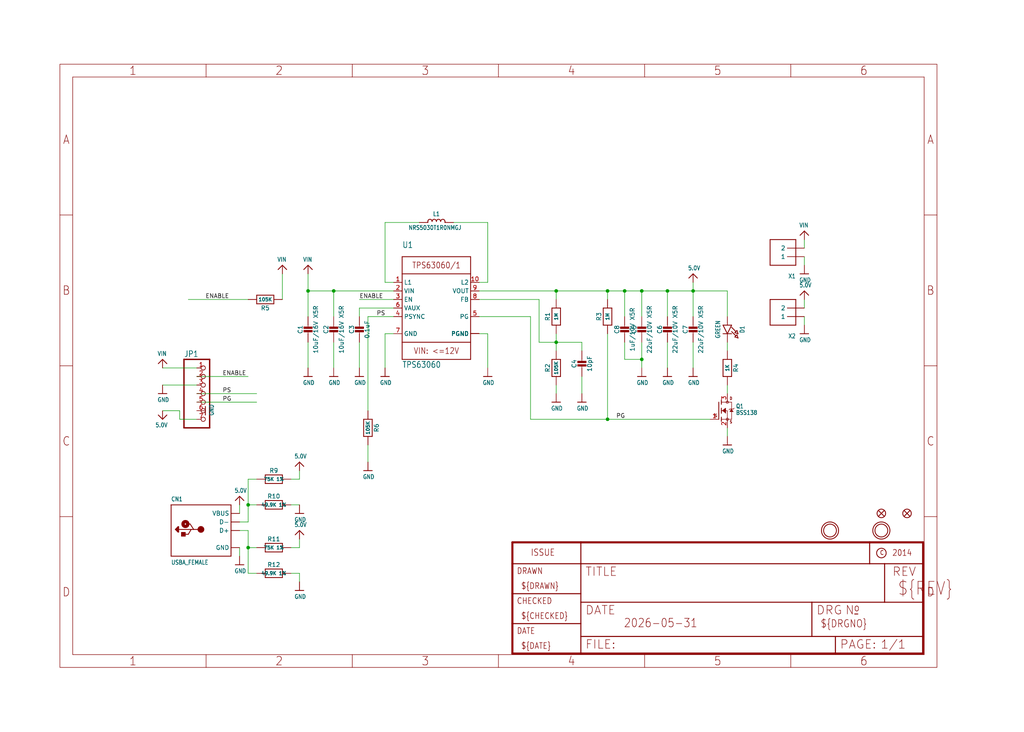
<source format=kicad_sch>
(kicad_sch (version 20230121) (generator eeschema)
  (paper "User" 303.962 217.322)
  (lib_symbols
    (symbol "working-eagle-import:5.0V" (power)
      (property "Value" "5.0V" (at -1.524 1.016 0))
      (symbol "5.0V_1_0"
        (polyline (pts (xy -1.27 -1.27) (xy 0 0)) (stroke (width 0.254)))
        (polyline (pts (xy 0 0) (xy 1.27 -1.27)) (stroke (width 0.254)))
        (pin power_in line (at 0 -2.54 90) (length 2.54) (name "5.0V") (number "1"))
      )
    )
    (symbol "working-eagle-import:CAP_CERAMIC0805-NOOUTLINE"
      (property "Reference" "C" (at -2.29 1.25 90))
      (symbol "CAP_CERAMIC0805-NOOUTLINE_1_0"
        (rectangle (start -1.27 0.508) (end 1.27 1.016) (fill (type outline)))
        (rectangle (start -1.27 1.524) (end 1.27 2.032) (fill (type outline)))
        (polyline (pts (xy 0 0.762) (xy 0 0)) (stroke (width 0.1524)))
        (polyline (pts (xy 0 2.54) (xy 0 1.778)) (stroke (width 0.1524)))
        (pin passive line (at 0 5.08 270) (length 2.54) (name "1") (number "1"))
        (pin passive line (at 0 -2.54 90) (length 2.54) (name "2") (number "2"))
      )
    )
    (symbol "working-eagle-import:FIDUCIAL{dblquote}{dblquote}"
      (symbol "FIDUCIAL{dblquote}{dblquote}_1_0"
        (polyline (pts (xy -0.762 0.762) (xy 0.762 -0.762)) (stroke (width 0.254)))
        (polyline (pts (xy 0.762 0.762) (xy -0.762 -0.762)) (stroke (width 0.254)))
        (circle (center 0 0) (radius 1.27) (stroke (width 0.254)))
      )
    )
    (symbol "working-eagle-import:FRAME_A4"
      (symbol "FRAME_A4_1_0"
        (polyline (pts (xy 0 44.7675) (xy 3.81 44.7675)))
        (polyline (pts (xy 0 89.535) (xy 3.81 89.535)))
        (polyline (pts (xy 0 134.3025) (xy 3.81 134.3025)))
        (polyline (pts (xy 3.81 3.81) (xy 3.81 175.26)))
        (polyline (pts (xy 43.3917 0) (xy 43.3917 3.81)))
        (polyline (pts (xy 43.3917 175.26) (xy 43.3917 179.07)))
        (polyline (pts (xy 86.7833 0) (xy 86.7833 3.81)))
        (polyline (pts (xy 86.7833 175.26) (xy 86.7833 179.07)))
        (polyline (pts (xy 130.175 0) (xy 130.175 3.81)))
        (polyline (pts (xy 130.175 175.26) (xy 130.175 179.07)))
        (polyline (pts (xy 173.5667 0) (xy 173.5667 3.81)))
        (polyline (pts (xy 173.5667 175.26) (xy 173.5667 179.07)))
        (polyline (pts (xy 216.9583 0) (xy 216.9583 3.81)))
        (polyline (pts (xy 216.9583 175.26) (xy 216.9583 179.07)))
        (polyline (pts (xy 256.54 3.81) (xy 3.81 3.81)))
        (polyline (pts (xy 256.54 3.81) (xy 256.54 8.89)) (stroke (width 0.1016)))
        (polyline (pts (xy 256.54 3.81) (xy 256.54 175.26)))
        (polyline (pts (xy 256.54 8.89) (xy 256.54 13.97)) (stroke (width 0.1016)))
        (polyline (pts (xy 256.54 13.97) (xy 256.54 19.05)) (stroke (width 0.1016)))
        (polyline (pts (xy 256.54 19.05) (xy 256.54 36.83)) (stroke (width 0.1016)))
        (polyline (pts (xy 256.54 44.7675) (xy 260.35 44.7675)))
        (polyline (pts (xy 256.54 89.535) (xy 260.35 89.535)))
        (polyline (pts (xy 256.54 134.3025) (xy 260.35 134.3025)))
        (polyline (pts (xy 256.54 175.26) (xy 3.81 175.26)))
        (polyline (pts (xy 0 0) (xy 260.35 0) (xy 260.35 179.07) (xy 0 179.07) (xy 0 0)))
        (text "1" (at 21.6958 1.905 0) (effects (font (size 2.54 2.286))))
        (text "1" (at 21.6958 177.165 0) (effects (font (size 2.54 2.286))))
        (text "2" (at 65.0875 1.905 0) (effects (font (size 2.54 2.286))))
        (text "2" (at 65.0875 177.165 0) (effects (font (size 2.54 2.286))))
        (text "3" (at 108.4792 1.905 0) (effects (font (size 2.54 2.286))))
        (text "3" (at 108.4792 177.165 0) (effects (font (size 2.54 2.286))))
        (text "4" (at 151.8708 1.905 0) (effects (font (size 2.54 2.286))))
        (text "4" (at 151.8708 177.165 0) (effects (font (size 2.54 2.286))))
        (text "5" (at 195.2625 1.905 0) (effects (font (size 2.54 2.286))))
        (text "5" (at 195.2625 177.165 0) (effects (font (size 2.54 2.286))))
        (text "6" (at 238.6542 1.905 0) (effects (font (size 2.54 2.286))))
        (text "6" (at 238.6542 177.165 0) (effects (font (size 2.54 2.286))))
        (text "A" (at 1.905 156.6863 0) (effects (font (size 2.54 2.286))))
        (text "A" (at 258.445 156.6863 0) (effects (font (size 2.54 2.286))))
        (text "B" (at 1.905 111.9188 0) (effects (font (size 2.54 2.286))))
        (text "B" (at 258.445 111.9188 0) (effects (font (size 2.54 2.286))))
        (text "C" (at 1.905 67.1513 0) (effects (font (size 2.54 2.286))))
        (text "C" (at 258.445 67.1513 0) (effects (font (size 2.54 2.286))))
        (text "D" (at 1.905 22.3838 0) (effects (font (size 2.54 2.286))))
        (text "D" (at 258.445 22.3838 0) (effects (font (size 2.54 2.286))))
      )
      (symbol "FRAME_A4_2_0"
        (polyline (pts (xy -0.3048 1.5748) (xy 20.0152 1.5748)) (stroke (width 0.6096)))
        (polyline (pts (xy -0.3048 10.4648) (xy -0.3048 1.5748)) (stroke (width 0.6096)))
        (polyline (pts (xy -0.3048 10.4648) (xy 20.0152 10.4648)) (stroke (width 0.3048)))
        (polyline (pts (xy -0.3048 19.3548) (xy -0.3048 10.4648)) (stroke (width 0.6096)))
        (polyline (pts (xy -0.3048 19.3548) (xy 20.0152 19.3548)) (stroke (width 0.3048)))
        (polyline (pts (xy -0.3048 28.2448) (xy -0.3048 19.3548)) (stroke (width 0.6096)))
        (polyline (pts (xy -0.3048 28.2448) (xy 20.0152 28.2448)) (stroke (width 0.3048)))
        (polyline (pts (xy -0.3048 34.5948) (xy -0.3048 28.2448)) (stroke (width 0.6096)))
        (polyline (pts (xy 20.0152 1.5748) (xy 20.0152 6.6548)) (stroke (width 0.3048)))
        (polyline (pts (xy 20.0152 1.5748) (xy 95.5802 1.5748)) (stroke (width 0.6096)))
        (polyline (pts (xy 20.0152 6.6548) (xy 20.0152 10.4648)) (stroke (width 0.3048)))
        (polyline (pts (xy 20.0152 6.6548) (xy 88.5952 6.6548)) (stroke (width 0.3048)))
        (polyline (pts (xy 20.0152 10.4648) (xy 20.0152 16.8148)) (stroke (width 0.3048)))
        (polyline (pts (xy 20.0152 16.8148) (xy 20.0152 19.3548)) (stroke (width 0.3048)))
        (polyline (pts (xy 20.0152 19.3548) (xy 20.0152 28.2448)) (stroke (width 0.3048)))
        (polyline (pts (xy 20.0152 28.2448) (xy 20.0152 34.5948)) (stroke (width 0.3048)))
        (polyline (pts (xy 20.0152 28.2448) (xy 105.7402 28.2448)) (stroke (width 0.3048)))
        (polyline (pts (xy 20.0152 34.5948) (xy -0.3048 34.5948)) (stroke (width 0.6096)))
        (polyline (pts (xy 88.5952 6.6548) (xy 95.5802 6.6548)) (stroke (width 0.3048)))
        (polyline (pts (xy 88.5952 16.8148) (xy 20.0152 16.8148)) (stroke (width 0.3048)))
        (polyline (pts (xy 88.5952 16.8148) (xy 88.5952 6.6548)) (stroke (width 0.3048)))
        (polyline (pts (xy 95.5802 1.5748) (xy 121.6152 1.5748)) (stroke (width 0.6096)))
        (polyline (pts (xy 95.5802 6.6548) (xy 95.5802 1.5748)) (stroke (width 0.3048)))
        (polyline (pts (xy 95.5802 6.6548) (xy 121.6152 6.6548)) (stroke (width 0.3048)))
        (polyline (pts (xy 101.2952 13.3223) (xy 102.2477 13.3223)) (stroke (width 0.254)))
        (polyline (pts (xy 105.7402 28.2448) (xy 105.7402 34.5948)) (stroke (width 0.3048)))
        (polyline (pts (xy 105.7402 28.2448) (xy 110.1852 28.2448)) (stroke (width 0.3048)))
        (polyline (pts (xy 105.7402 34.5948) (xy 20.0152 34.5948)) (stroke (width 0.6096)))
        (polyline (pts (xy 110.1852 16.8148) (xy 88.5952 16.8148)) (stroke (width 0.3048)))
        (polyline (pts (xy 110.1852 28.2448) (xy 110.1852 16.8148)) (stroke (width 0.3048)))
        (polyline (pts (xy 110.1852 28.2448) (xy 121.6152 28.2448)) (stroke (width 0.3048)))
        (polyline (pts (xy 121.6152 6.6548) (xy 121.6152 1.5748)) (stroke (width 0.6096)))
        (polyline (pts (xy 121.6152 16.8148) (xy 110.1852 16.8148)) (stroke (width 0.3048)))
        (polyline (pts (xy 121.6152 16.8148) (xy 121.6152 6.6548)) (stroke (width 0.6096)))
        (polyline (pts (xy 121.6152 28.2448) (xy 121.6152 16.8148)) (stroke (width 0.6096)))
        (polyline (pts (xy 121.6152 34.5948) (xy 105.7402 34.5948)) (stroke (width 0.6096)))
        (polyline (pts (xy 121.6152 34.5948) (xy 121.6152 28.2448)) (stroke (width 0.6096)))
        (circle (center 109.2327 31.4198) (radius 1.4199) (stroke (width 0.254)))
        (text "${#}/${##}" (at 108.9152 2.8448 0) (effects (font (size 2.54 2.54)) (justify left bottom)))
        (text "${CHECKED}" (at 2.2352 11.7348 0) (effects (font (size 1.778 1.5113)) (justify left bottom)))
        (text "${COMPANY}" (at 23.349 29.6735 0) (effects (font (size 3.175 2.6987) (thickness 0.5397) bold) (justify left bottom)))
        (text "${CURRENT_DATE}" (at 32.7152 9.1948 0) (effects (font (size 2.54 2.159)) (justify left bottom)))
        (text "${DATE}" (at 2.2352 2.8448 0) (effects (font (size 1.778 1.5113)) (justify left bottom)))
        (text "${DRAWN}" (at 2.2352 20.6248 0) (effects (font (size 1.778 1.5113)) (justify left bottom)))
        (text "${DRGNO}" (at 91.1352 9.1948 0) (effects (font (size 2.1844 1.8567)) (justify left bottom)))
        (text "${PROJECTNAME}" (at 33.0327 2.8448 0) (effects (font (size 2.54 2.159)) (justify left bottom)))
        (text "${REV}" (at 113.9952 18.7198 0) (effects (font (size 3.81 3.2385)) (justify left bottom)))
        (text "2014" (at 112.4077 30.4673 0) (effects (font (size 1.778 1.5113)) (justify left bottom)))
        (text "C" (at 108.7564 30.7848 0) (effects (font (size 1.27 1.0795)) (justify left bottom)))
        (text "CHECKED" (at 0.9652 16.1798 0) (effects (font (size 1.778 1.5113)) (justify left bottom)))
        (text "DATE" (at 0.9652 7.2898 0) (effects (font (size 1.778 1.5113)) (justify left bottom)))
        (text "DATE" (at 21.2852 13.0048 0) (effects (font (size 2.54 2.54)) (justify left bottom)))
        (text "DRAWN" (at 0.9652 25.0698 0) (effects (font (size 1.778 1.5113)) (justify left bottom)))
        (text "DRG" (at 89.8652 13.0048 0) (effects (font (size 2.54 2.54)) (justify left bottom)))
        (text "FILE:" (at 21.2852 2.8448 0) (effects (font (size 2.54 2.54)) (justify left bottom)))
        (text "ISSUE" (at 5.0927 30.4673 0) (effects (font (size 1.9304 1.6408)) (justify left bottom)))
        (text "N" (at 98.4377 13.0048 0) (effects (font (size 2.54 2.54)) (justify left bottom)))
        (text "o" (at 100.9777 13.9573 0) (effects (font (size 2.1844 1.8567)) (justify left bottom)))
        (text "PAGE:" (at 96.8502 2.8448 0) (effects (font (size 2.54 2.54)) (justify left bottom)))
        (text "REV" (at 112.4077 24.4348 0) (effects (font (size 2.54 2.54)) (justify left bottom)))
        (text "TITLE" (at 21.2852 24.4348 0) (effects (font (size 2.54 2.54)) (justify left bottom)))
      )
    )
    (symbol "working-eagle-import:GND" (power)
      (property "Value" "GND" (at -1.524 -2.54 0))
      (symbol "GND_1_0"
        (polyline (pts (xy -1.27 0) (xy 1.27 0)) (stroke (width 0.254)))
        (pin power_in line (at 0 2.54 270) (length 2.54) (name "GND") (number "1"))
      )
    )
    (symbol "working-eagle-import:HEADER-1X770MIL"
      (property "Reference" "JP" (at -6.35 10.795 0))
      (symbol "HEADER-1X770MIL_1_0"
        (polyline (pts (xy -6.35 -10.16) (xy 1.27 -10.16)) (stroke (width 0.4064)))
        (polyline (pts (xy -6.35 10.16) (xy -6.35 -10.16)) (stroke (width 0.4064)))
        (polyline (pts (xy 1.27 -10.16) (xy 1.27 10.16)) (stroke (width 0.4064)))
        (polyline (pts (xy 1.27 10.16) (xy -6.35 10.16)) (stroke (width 0.4064)))
        (pin passive inverted (at -2.54 7.62 0) (length 2.54) (name "1") (number "1"))
        (pin passive inverted (at -2.54 5.08 0) (length 2.54) (name "2") (number "2"))
        (pin passive inverted (at -2.54 2.54 0) (length 2.54) (name "3") (number "3"))
        (pin passive inverted (at -2.54 0 0) (length 2.54) (name "4") (number "4"))
        (pin passive inverted (at -2.54 -2.54 0) (length 2.54) (name "5") (number "5"))
        (pin passive inverted (at -2.54 -5.08 0) (length 2.54) (name "6") (number "6"))
        (pin passive inverted (at -2.54 -7.62 0) (length 2.54) (name "7") (number "7"))
      )
    )
    (symbol "working-eagle-import:INDUCTORTDK_VLC5045"
      (property "Reference" "L" (at 0 2.54 0))
      (symbol "INDUCTORTDK_VLC5045_1_0"
        (arc (start -1.27 0.3173) (mid -1.9049 0.9497) (end -2.54 0.3175) (stroke (width 0.254)))
        (polyline (pts (xy -2.54 0.3175) (xy -2.54 0)) (stroke (width 0.254)))
        (polyline (pts (xy 2.54 0.3175) (xy 2.54 0)) (stroke (width 0.254)))
        (arc (start 0 0.3173) (mid -0.6349 0.9497) (end -1.27 0.3175) (stroke (width 0.254)))
        (arc (start 1.27 0.3173) (mid 0.6351 0.9497) (end 0 0.3175) (stroke (width 0.254)))
        (arc (start 2.54 0.3173) (mid 1.9051 0.9497) (end 1.27 0.3175) (stroke (width 0.254)))
        (pin passive line (at -5.08 0 0) (length 2.54) (name "1") (number "P$1"))
        (pin passive line (at 5.08 0 180) (length 2.54) (name "2") (number "P$2"))
      )
    )
    (symbol "working-eagle-import:LED0805_NOOUTLINE"
      (property "Reference" "D" (at -1.27 4.445 0))
      (symbol "LED0805_NOOUTLINE_1_0"
        (polyline (pts (xy -2.54 -1.27) (xy 0 0)) (stroke (width 0.254)))
        (polyline (pts (xy -2.54 1.27) (xy -2.54 -1.27)) (stroke (width 0.254)))
        (polyline (pts (xy -1.905 1.27) (xy -0.635 2.54)) (stroke (width 0.254)))
        (polyline (pts (xy -0.9525 2.8575) (xy -0.3175 2.2225)) (stroke (width 0.254)))
        (polyline (pts (xy -0.635 1.27) (xy 0.635 2.54)) (stroke (width 0.254)))
        (polyline (pts (xy -0.3175 2.2225) (xy 0 3.175)) (stroke (width 0.254)))
        (polyline (pts (xy 0 0) (xy -2.54 1.27)) (stroke (width 0.254)))
        (polyline (pts (xy 0 0) (xy 0 -1.27)) (stroke (width 0.254)))
        (polyline (pts (xy 0 1.27) (xy 0 0)) (stroke (width 0.254)))
        (polyline (pts (xy 0 3.175) (xy -0.9525 2.8575)) (stroke (width 0.254)))
        (polyline (pts (xy 0.3175 2.8575) (xy 0.9525 2.2225)) (stroke (width 0.254)))
        (polyline (pts (xy 0.9525 2.2225) (xy 1.27 3.175)) (stroke (width 0.254)))
        (polyline (pts (xy 1.27 3.175) (xy 0.3175 2.8575)) (stroke (width 0.254)))
        (pin passive line (at -5.08 0 0) (length 2.54) (name "A") (number "A"))
        (pin passive line (at 2.54 0 180) (length 2.54) (name "C") (number "C"))
      )
    )
    (symbol "working-eagle-import:MOSFET-NWIDE"
      (property "Reference" "Q" (at 5.08 0.635 0))
      (symbol "MOSFET-NWIDE_1_0"
        (polyline (pts (xy 0 2.54) (xy 0 -2.54)) (stroke (width 0.254)))
        (polyline (pts (xy 0.762 -2.54) (xy 0.762 -3.175)) (stroke (width 0.254)))
        (polyline (pts (xy 0.762 -1.905) (xy 0.762 -2.54)) (stroke (width 0.254)))
        (polyline (pts (xy 0.762 0) (xy 0.762 -0.762)) (stroke (width 0.254)))
        (polyline (pts (xy 0.762 0) (xy 2.54 0)) (stroke (width 0.1524)))
        (polyline (pts (xy 0.762 0.762) (xy 0.762 0)) (stroke (width 0.254)))
        (polyline (pts (xy 0.762 2.54) (xy 0.762 1.905)) (stroke (width 0.254)))
        (polyline (pts (xy 0.762 2.54) (xy 3.81 2.54)) (stroke (width 0.1524)))
        (polyline (pts (xy 0.762 3.175) (xy 0.762 2.54)) (stroke (width 0.254)))
        (polyline (pts (xy 2.54 -2.54) (xy 0.762 -2.54)) (stroke (width 0.1524)))
        (polyline (pts (xy 2.54 -2.54) (xy 3.81 -2.54)) (stroke (width 0.1524)))
        (polyline (pts (xy 2.54 0) (xy 2.54 -2.54)) (stroke (width 0.1524)))
        (polyline (pts (xy 3.302 0.508) (xy 3.048 0.254)) (stroke (width 0.1524)))
        (polyline (pts (xy 3.81 0.508) (xy 3.302 0.508)) (stroke (width 0.1524)))
        (polyline (pts (xy 3.81 0.508) (xy 3.81 -2.54)) (stroke (width 0.1524)))
        (polyline (pts (xy 3.81 2.54) (xy 3.81 0.508)) (stroke (width 0.1524)))
        (polyline (pts (xy 4.318 0.508) (xy 3.81 0.508)) (stroke (width 0.1524)))
        (polyline (pts (xy 4.572 0.762) (xy 4.318 0.508)) (stroke (width 0.1524)))
        (polyline (pts (xy 1.016 0) (xy 2.032 0.762) (xy 2.032 -0.762)) (stroke (width 0.1524)) (fill (type outline)))
        (polyline (pts (xy 3.81 0.508) (xy 3.302 -0.254) (xy 4.318 -0.254)) (stroke (width 0.1524)) (fill (type outline)))
        (circle (center 2.54 -2.54) (radius 0.3592))
        (circle (center 2.54 2.54) (radius 0.3592))
        (text "D" (at 3.175 3.175 0) (effects (font (size 0.8128 0.6908)) (justify left bottom)))
        (text "G" (at -1.27 -1.905 0) (effects (font (size 0.8128 0.6908)) (justify left bottom)))
        (text "S" (at 3.175 -3.81 0) (effects (font (size 0.8128 0.6908)) (justify left bottom)))
        (pin bidirectional line (at -2.54 -2.54 0) (length 2.54) (name "G") (number "1"))
        (pin bidirectional line (at 2.54 -5.08 90) (length 2.54) (name "S") (number "2"))
        (pin bidirectional line (at 2.54 5.08 270) (length 2.54) (name "D") (number "3"))
      )
    )
    (symbol "working-eagle-import:MOUNTINGHOLE2.5"
      (symbol "MOUNTINGHOLE2.5_1_0"
        (circle (center 0 0) (radius 1.905) (stroke (width 0.254)))
        (circle (center 0 0) (radius 2.54) (stroke (width 0.254)))
      )
    )
    (symbol "working-eagle-import:RESISTOR0805_NOOUTLINE"
      (property "Reference" "R" (at 0 2.54 0))
      (symbol "RESISTOR0805_NOOUTLINE_1_0"
        (polyline (pts (xy -2.54 -1.27) (xy -2.54 1.27)) (stroke (width 0.254)))
        (polyline (pts (xy -2.54 1.27) (xy 2.54 1.27)) (stroke (width 0.254)))
        (polyline (pts (xy 2.54 -1.27) (xy -2.54 -1.27)) (stroke (width 0.254)))
        (polyline (pts (xy 2.54 1.27) (xy 2.54 -1.27)) (stroke (width 0.254)))
        (pin passive line (at -5.08 0 0) (length 2.54) (name "1") (number "1"))
        (pin passive line (at 5.08 0 180) (length 2.54) (name "2") (number "2"))
      )
    )
    (symbol "working-eagle-import:TERMBLOCK_1X2"
      (property "Reference" "X" (at -2.54 7.62 0))
      (symbol "TERMBLOCK_1X2_1_0"
        (polyline (pts (xy -2.54 -2.54) (xy 5.08 -2.54)) (stroke (width 0.254)))
        (polyline (pts (xy -2.54 5.08) (xy -2.54 -2.54)) (stroke (width 0.254)))
        (polyline (pts (xy 5.08 -2.54) (xy 5.08 5.08)) (stroke (width 0.254)))
        (polyline (pts (xy 5.08 5.08) (xy -2.54 5.08)) (stroke (width 0.254)))
        (pin passive line (at -5.08 2.54 0) (length 5.08) (name "1") (number "1"))
        (pin passive line (at -5.08 0 0) (length 5.08) (name "2") (number "2"))
      )
    )
    (symbol "working-eagle-import:USB_TYPEAPTHFML"
      (property "Reference" "X" (at -10.16 8.636 0))
      (symbol "USB_TYPEAPTHFML_1_0"
        (rectangle (start -7.12 -1.72) (end -5.92 -0.52) (fill (type outline)))
        (circle (center -5.92 1.93) (radius 0.2) (stroke (width 1)))
        (circle (center -1.32 0.33) (radius 0.5) (stroke (width 1)))
        (polyline (pts (xy -10.2 7.62) (xy -10.16 7.62)) (stroke (width 0.254)))
        (polyline (pts (xy -10.16 -7.62) (xy 7.62 -7.62)) (stroke (width 0.254)))
        (polyline (pts (xy -10.16 7.62) (xy -10.16 -7.62)) (stroke (width 0.254)))
        (polyline (pts (xy -10.16 7.62) (xy 7.62 7.62)) (stroke (width 0.254)))
        (polyline (pts (xy -8.92 0.33) (xy -8.12 1.13)) (stroke (width 0.254)))
        (polyline (pts (xy -8.52 0.13) (xy -8.32 -0.07)) (stroke (width 0.254)))
        (polyline (pts (xy -8.52 0.33) (xy -8.52 0.13)) (stroke (width 0.254)))
        (polyline (pts (xy -8.32 -0.07) (xy -8.32 0.73)) (stroke (width 0.254)))
        (polyline (pts (xy -8.32 0.73) (xy -8.72 0.33)) (stroke (width 0.254)))
        (polyline (pts (xy -8.12 -0.47) (xy -8.92 0.33)) (stroke (width 0.254)))
        (polyline (pts (xy -8.12 -0.27) (xy -8.12 1.13)) (stroke (width 0.254)))
        (polyline (pts (xy -8.12 1.13) (xy -7.92 1.13)) (stroke (width 0.254)))
        (polyline (pts (xy -7.92 -0.47) (xy -8.12 -0.47)) (stroke (width 0.254)))
        (polyline (pts (xy -7.92 0.33) (xy -7.92 -0.47)) (stroke (width 0.254)))
        (polyline (pts (xy -7.92 1.13) (xy -7.92 0.33)) (stroke (width 0.254)))
        (polyline (pts (xy -6.27 -1.12) (xy -5.07 -1.12)) (stroke (width 0.254)))
        (polyline (pts (xy -5.52 1.93) (xy -4.52 1.93)) (stroke (width 0.254)))
        (polyline (pts (xy -5.07 -1.12) (xy -4.22 0.33)) (stroke (width 0.254)))
        (polyline (pts (xy -4.52 1.93) (xy -3.47 0.33)) (stroke (width 0.254)))
        (polyline (pts (xy -4.22 0.33) (xy -7.92 0.33)) (stroke (width 0.254)))
        (polyline (pts (xy -3.47 0.33) (xy -4.22 0.33)) (stroke (width 0.254)))
        (polyline (pts (xy -1.32 0.33) (xy -3.47 0.33)) (stroke (width 0.254)))
        (polyline (pts (xy 7.62 7.62) (xy 7.62 -7.62)) (stroke (width 0.254)))
        (pin bidirectional line (at 10.16 0 180) (length 2.54) (name "D+") (number "D+"))
        (pin bidirectional line (at 10.16 2.54 180) (length 2.54) (name "D-") (number "D-"))
        (pin power_in line (at 10.16 -5.08 180) (length 2.54) (name "GND") (number "GND"))
        (pin power_in line (at 10.16 5.08 180) (length 2.54) (name "VBUS") (number "VBUS"))
      )
    )
    (symbol "working-eagle-import:VIN" (power)
      (property "Value" "VIN" (at -1.524 1.016 0))
      (symbol "VIN_1_0"
        (polyline (pts (xy -1.27 -1.27) (xy 0 0)) (stroke (width 0.254)))
        (polyline (pts (xy 0 0) (xy 1.27 -1.27)) (stroke (width 0.254)))
        (pin power_in line (at 0 -2.54 90) (length 2.54) (name "VIN") (number "1"))
      )
    )
    (symbol "working-eagle-import:VREG_TPS63060/1"
      (property "Reference" "U" (at -10.16 17.78 0))
      (symbol "VREG_TPS63060/1_1_0"
        (polyline (pts (xy -10.16 -15.24) (xy -10.16 -10.16)) (stroke (width 0.254)))
        (polyline (pts (xy -10.16 -10.16) (xy -10.16 10.16)) (stroke (width 0.254)))
        (polyline (pts (xy -10.16 10.16) (xy -10.16 15.24)) (stroke (width 0.254)))
        (polyline (pts (xy -10.16 10.16) (xy 10.16 10.16)) (stroke (width 0.254)))
        (polyline (pts (xy -10.16 15.24) (xy 10.16 15.24)) (stroke (width 0.254)))
        (polyline (pts (xy 10.16 -15.24) (xy -10.16 -15.24)) (stroke (width 0.254)))
        (polyline (pts (xy 10.16 -10.16) (xy -10.16 -10.16)) (stroke (width 0.254)))
        (polyline (pts (xy 10.16 -10.16) (xy 10.16 -15.24)) (stroke (width 0.254)))
        (polyline (pts (xy 10.16 10.16) (xy 10.16 -10.16)) (stroke (width 0.254)))
        (polyline (pts (xy 10.16 15.24) (xy 10.16 10.16)) (stroke (width 0.254)))
        (text "TPS63060/1" (at 0 12.7 0) (effects (font (size 1.778 1.5113))))
        (text "VIN: <=12V" (at 0 -12.7 0) (effects (font (size 1.778 1.5113))))
        (pin input line (at -12.7 7.62 0) (length 2.54) (name "L1") (number "1"))
        (pin input line (at 12.7 7.62 180) (length 2.54) (name "L2") (number "10"))
        (pin power_in line (at -12.7 5.08 0) (length 2.54) (name "VIN") (number "2"))
        (pin input line (at -12.7 2.54 0) (length 2.54) (name "EN") (number "3"))
        (pin input line (at -12.7 -2.54 0) (length 2.54) (name "PSYNC") (number "4"))
        (pin open_collector line (at 12.7 -2.54 180) (length 2.54) (name "PG") (number "5"))
        (pin passive line (at -12.7 0 0) (length 2.54) (name "VAUX") (number "6"))
        (pin power_in line (at -12.7 -7.62 0) (length 2.54) (name "GND") (number "7"))
        (pin input line (at 12.7 2.54 180) (length 2.54) (name "FB") (number "8"))
        (pin power_in line (at 12.7 5.08 180) (length 2.54) (name "VOUT") (number "9"))
        (pin power_in line (at 12.7 -7.62 180) (length 2.54) (name "PGND") (number "THERMAL@1"))
        (pin power_in line (at 12.7 -7.62 180) (length 2.54) (name "PGND") (number "THERMAL@10"))
        (pin power_in line (at 12.7 -7.62 180) (length 2.54) (name "PGND") (number "THERMAL@11"))
        (pin power_in line (at 12.7 -7.62 180) (length 2.54) (name "PGND") (number "THERMAL@12"))
        (pin power_in line (at 12.7 -7.62 180) (length 2.54) (name "PGND") (number "THERMAL@13"))
        (pin power_in line (at 12.7 -7.62 180) (length 2.54) (name "PGND") (number "THERMAL@14"))
        (pin power_in line (at 12.7 -7.62 180) (length 2.54) (name "PGND") (number "THERMAL@5"))
        (pin power_in line (at 12.7 -7.62 180) (length 2.54) (name "PGND") (number "THERMAL@6"))
        (pin power_in line (at 12.7 -7.62 180) (length 2.54) (name "PGND") (number "THERMAL@7"))
        (pin power_in line (at 12.7 -7.62 180) (length 2.54) (name "PGND") (number "THERMAL@8"))
        (pin power_in line (at 12.7 -7.62 180) (length 2.54) (name "PGND") (number "THERMAL@9"))
      )
    )
  )
  (junction (at 205.74 86.36))
  (junction (at 165.1 86.36))
  (junction (at 185.42 86.36))
  (junction (at 73.66 149.86))
  (junction (at 198.12 86.36))
  (junction (at 165.1 101.6))
  (junction (at 190.5 106.68))
  (junction (at 73.66 162.56))
  (junction (at 99.06 86.36))
  (junction (at 180.34 124.46))
  (junction (at 91.44 86.36))
  (junction (at 190.5 86.36))
  (junction (at 180.34 86.36))
  (wire (pts (xy 198.12 101.6) (xy 198.12 109.22)) (stroke (width 0.1524)))
  (wire (pts (xy 205.74 86.36) (xy 205.74 83.82)) (stroke (width 0.1524)))
  (wire (pts (xy 180.34 124.46) (xy 210.82 124.46)) (stroke (width 0.1524)))
  (wire (pts (xy 172.72 111.76) (xy 172.72 116.84)) (stroke (width 0.1524)))
  (wire (pts (xy 48.26 109.22) (xy 58.42 109.22)) (stroke (width 0.1524)))
  (wire (pts (xy 73.66 157.48) (xy 73.66 162.56)) (stroke (width 0.1524)))
  (wire (pts (xy 190.5 106.68) (xy 190.5 109.22)) (stroke (width 0.1524)))
  (wire (pts (xy 73.66 170.18) (xy 76.2 170.18)) (stroke (width 0.1524)))
  (wire (pts (xy 165.1 104.14) (xy 165.1 101.6)) (stroke (width 0.1524)))
  (wire (pts (xy 86.36 170.18) (xy 88.9 170.18)) (stroke (width 0.1524)))
  (wire (pts (xy 53.34 124.46) (xy 58.42 124.46)) (stroke (width 0.1524)))
  (wire (pts (xy 116.84 86.36) (xy 99.06 86.36)) (stroke (width 0.1524)))
  (wire (pts (xy 48.26 114.3) (xy 58.42 114.3)) (stroke (width 0.1524)))
  (wire (pts (xy 142.24 86.36) (xy 165.1 86.36)) (stroke (width 0.1524)))
  (wire (pts (xy 91.44 86.36) (xy 91.44 93.98)) (stroke (width 0.1524)))
  (wire (pts (xy 73.66 162.56) (xy 73.66 170.18)) (stroke (width 0.1524)))
  (wire (pts (xy 185.42 86.36) (xy 190.5 86.36)) (stroke (width 0.1524)))
  (wire (pts (xy 205.74 86.36) (xy 215.9 86.36)) (stroke (width 0.1524)))
  (wire (pts (xy 157.48 93.98) (xy 157.48 124.46)) (stroke (width 0.1524)))
  (wire (pts (xy 215.9 127) (xy 215.9 129.54)) (stroke (width 0.1524)))
  (wire (pts (xy 172.72 101.6) (xy 172.72 104.14)) (stroke (width 0.1524)))
  (wire (pts (xy 142.24 83.82) (xy 144.78 83.82)) (stroke (width 0.1524)))
  (wire (pts (xy 53.34 121.92) (xy 53.34 124.46)) (stroke (width 0.1524)))
  (wire (pts (xy 116.84 93.98) (xy 109.22 93.98)) (stroke (width 0.1524)))
  (wire (pts (xy 165.1 101.6) (xy 165.1 99.06)) (stroke (width 0.1524)))
  (wire (pts (xy 160.02 101.6) (xy 165.1 101.6)) (stroke (width 0.1524)))
  (wire (pts (xy 238.76 93.98) (xy 238.76 96.52)) (stroke (width 0.1524)))
  (wire (pts (xy 116.84 88.9) (xy 106.68 88.9)) (stroke (width 0.1524)))
  (wire (pts (xy 88.9 170.18) (xy 88.9 172.72)) (stroke (width 0.1524)))
  (wire (pts (xy 215.9 86.36) (xy 215.9 93.98)) (stroke (width 0.1524)))
  (wire (pts (xy 99.06 86.36) (xy 91.44 86.36)) (stroke (width 0.1524)))
  (wire (pts (xy 83.82 88.9) (xy 83.82 81.28)) (stroke (width 0.1524)))
  (wire (pts (xy 116.84 99.06) (xy 114.3 99.06)) (stroke (width 0.1524)))
  (wire (pts (xy 144.78 99.06) (xy 144.78 109.22)) (stroke (width 0.1524)))
  (wire (pts (xy 238.76 76.2) (xy 238.76 78.74)) (stroke (width 0.1524)))
  (wire (pts (xy 88.9 162.56) (xy 88.9 160.02)) (stroke (width 0.1524)))
  (wire (pts (xy 71.12 152.4) (xy 71.12 149.86)) (stroke (width 0.1524)))
  (wire (pts (xy 198.12 86.36) (xy 205.74 86.36)) (stroke (width 0.1524)))
  (wire (pts (xy 71.12 154.94) (xy 73.66 154.94)) (stroke (width 0.1524)))
  (wire (pts (xy 116.84 91.44) (xy 106.68 91.44)) (stroke (width 0.1524)))
  (wire (pts (xy 86.36 149.86) (xy 88.9 149.86)) (stroke (width 0.1524)))
  (wire (pts (xy 198.12 86.36) (xy 198.12 93.98)) (stroke (width 0.1524)))
  (wire (pts (xy 165.1 101.6) (xy 172.72 101.6)) (stroke (width 0.1524)))
  (wire (pts (xy 142.24 99.06) (xy 144.78 99.06)) (stroke (width 0.1524)))
  (wire (pts (xy 180.34 124.46) (xy 180.34 99.06)) (stroke (width 0.1524)))
  (wire (pts (xy 71.12 157.48) (xy 73.66 157.48)) (stroke (width 0.1524)))
  (wire (pts (xy 190.5 106.68) (xy 185.42 106.68)) (stroke (width 0.1524)))
  (wire (pts (xy 205.74 86.36) (xy 205.74 93.98)) (stroke (width 0.1524)))
  (wire (pts (xy 73.66 162.56) (xy 76.2 162.56)) (stroke (width 0.1524)))
  (wire (pts (xy 142.24 88.9) (xy 160.02 88.9)) (stroke (width 0.1524)))
  (wire (pts (xy 190.5 101.6) (xy 190.5 106.68)) (stroke (width 0.1524)))
  (wire (pts (xy 238.76 73.66) (xy 238.76 71.12)) (stroke (width 0.1524)))
  (wire (pts (xy 55.88 88.9) (xy 73.66 88.9)) (stroke (width 0.1524)))
  (wire (pts (xy 114.3 66.04) (xy 124.46 66.04)) (stroke (width 0.1524)))
  (wire (pts (xy 106.68 91.44) (xy 106.68 93.98)) (stroke (width 0.1524)))
  (wire (pts (xy 238.76 91.44) (xy 238.76 88.9)) (stroke (width 0.1524)))
  (wire (pts (xy 160.02 88.9) (xy 160.02 101.6)) (stroke (width 0.1524)))
  (wire (pts (xy 215.9 101.6) (xy 215.9 104.14)) (stroke (width 0.1524)))
  (wire (pts (xy 58.42 116.84) (xy 76.2 116.84)) (stroke (width 0.1524)))
  (wire (pts (xy 205.74 101.6) (xy 205.74 109.22)) (stroke (width 0.1524)))
  (wire (pts (xy 165.1 86.36) (xy 165.1 88.9)) (stroke (width 0.1524)))
  (wire (pts (xy 91.44 101.6) (xy 91.44 109.22)) (stroke (width 0.1524)))
  (wire (pts (xy 73.66 142.24) (xy 76.2 142.24)) (stroke (width 0.1524)))
  (wire (pts (xy 114.3 83.82) (xy 114.3 66.04)) (stroke (width 0.1524)))
  (wire (pts (xy 215.9 114.3) (xy 215.9 116.84)) (stroke (width 0.1524)))
  (wire (pts (xy 109.22 93.98) (xy 109.22 121.92)) (stroke (width 0.1524)))
  (wire (pts (xy 185.42 106.68) (xy 185.42 101.6)) (stroke (width 0.1524)))
  (wire (pts (xy 48.26 121.92) (xy 53.34 121.92)) (stroke (width 0.1524)))
  (wire (pts (xy 190.5 86.36) (xy 198.12 86.36)) (stroke (width 0.1524)))
  (wire (pts (xy 116.84 83.82) (xy 114.3 83.82)) (stroke (width 0.1524)))
  (wire (pts (xy 73.66 149.86) (xy 76.2 149.86)) (stroke (width 0.1524)))
  (wire (pts (xy 91.44 86.36) (xy 91.44 81.28)) (stroke (width 0.1524)))
  (wire (pts (xy 73.66 154.94) (xy 73.66 149.86)) (stroke (width 0.1524)))
  (wire (pts (xy 157.48 124.46) (xy 180.34 124.46)) (stroke (width 0.1524)))
  (wire (pts (xy 144.78 83.82) (xy 144.78 66.04)) (stroke (width 0.1524)))
  (wire (pts (xy 165.1 114.3) (xy 165.1 116.84)) (stroke (width 0.1524)))
  (wire (pts (xy 144.78 66.04) (xy 134.62 66.04)) (stroke (width 0.1524)))
  (wire (pts (xy 58.42 119.38) (xy 76.2 119.38)) (stroke (width 0.1524)))
  (wire (pts (xy 109.22 137.16) (xy 109.22 132.08)) (stroke (width 0.1524)))
  (wire (pts (xy 114.3 99.06) (xy 114.3 109.22)) (stroke (width 0.1524)))
  (wire (pts (xy 88.9 142.24) (xy 88.9 139.7)) (stroke (width 0.1524)))
  (wire (pts (xy 99.06 101.6) (xy 99.06 109.22)) (stroke (width 0.1524)))
  (wire (pts (xy 190.5 86.36) (xy 190.5 93.98)) (stroke (width 0.1524)))
  (wire (pts (xy 185.42 93.98) (xy 185.42 86.36)) (stroke (width 0.1524)))
  (wire (pts (xy 106.68 101.6) (xy 106.68 109.22)) (stroke (width 0.1524)))
  (wire (pts (xy 86.36 162.56) (xy 88.9 162.56)) (stroke (width 0.1524)))
  (wire (pts (xy 58.42 111.76) (xy 73.66 111.76)) (stroke (width 0.1524)))
  (wire (pts (xy 99.06 86.36) (xy 99.06 93.98)) (stroke (width 0.1524)))
  (wire (pts (xy 180.34 86.36) (xy 180.34 88.9)) (stroke (width 0.1524)))
  (wire (pts (xy 142.24 93.98) (xy 157.48 93.98)) (stroke (width 0.1524)))
  (wire (pts (xy 71.12 162.56) (xy 71.12 165.1)) (stroke (width 0.1524)))
  (wire (pts (xy 86.36 142.24) (xy 88.9 142.24)) (stroke (width 0.1524)))
  (wire (pts (xy 73.66 149.86) (xy 73.66 142.24)) (stroke (width 0.1524)))
  (wire (pts (xy 165.1 86.36) (xy 180.34 86.36)) (stroke (width 0.1524)))
  (wire (pts (xy 180.34 86.36) (xy 185.42 86.36)) (stroke (width 0.1524)))
  (label "PG" (at 66.04 119.38 0) (effects (font (size 1.2446 1.2446))))
  (label "ENABLE" (at 66.04 111.76 0) (effects (font (size 1.2446 1.2446))))
  (label "PG" (at 182.88 124.46 0) (effects (font (size 1.2446 1.2446))))
  (label "PS" (at 66.04 116.84 0) (effects (font (size 1.2446 1.2446))))
  (label "ENABLE" (at 106.68 88.9 0) (effects (font (size 1.2446 1.2446))))
  (label "ENABLE" (at 60.96 88.9 0) (effects (font (size 1.2446 1.2446))))
  (label "PS" (at 111.76 93.98 0) (effects (font (size 1.2446 1.2446))))
  (symbol (lib_id "working-eagle-import:RESISTOR0805_NOOUTLINE") (at 109.22 127 270) (unit 1)
    (property "Reference" "R6" (at 111.76 127 0))
    (property "Value" "105K" (at 109.22 127 0) (effects (font (size 1.016 1.016) bold)))
    (property "Footprint" "working:0805-NO" (effects hide))
  )
  (symbol (lib_id "working-eagle-import:5.0V") (at 71.12 147.32 0) (unit 1)
    (property "Reference" "#U$32" (effects hide))
    (property "Value" "5.0V" (at 69.596 146.304 0) (effects (font (size 1.27 1.0795)) (justify left bottom)))
  )
  (symbol (lib_id "working-eagle-import:CAP_CERAMIC0805-NOOUTLINE") (at 91.44 99.06 0) (unit 1)
    (property "Reference" "C1" (at 89.15 97.81 90))
    (property "Value" "10uF/16V X5R" (at 93.74 97.81 90))
    (property "Footprint" "working:0805-NO" (effects hide))
  )
  (symbol (lib_id "working-eagle-import:GND") (at 165.1 119.38 0) (unit 1)
    (property "Reference" "#U$7" (effects hide))
    (property "Value" "GND" (at 163.576 121.92 0) (effects (font (size 1.27 1.0795)) (justify left bottom)))
  )
  (symbol (lib_id "working-eagle-import:VREG_TPS63060/1") (at 129.54 91.44 0) (unit 1)
    (property "Reference" "U1" (at 119.38 73.66 0) (effects (font (size 1.778 1.5113)) (justify left bottom)))
    (property "Value" "TPS63060" (at 119.38 109.22 0) (effects (font (size 1.778 1.5113)) (justify left bottom)))
    (property "Footprint" "working:PWSON-N10" (effects hide))
  )
  (symbol (lib_id "working-eagle-import:GND") (at 109.22 139.7 0) (unit 1)
    (property "Reference" "#U$28" (effects hide))
    (property "Value" "GND" (at 107.696 142.24 0) (effects (font (size 1.27 1.0795)) (justify left bottom)))
  )
  (symbol (lib_id "working-eagle-import:CAP_CERAMIC0805-NOOUTLINE") (at 198.12 99.06 0) (unit 1)
    (property "Reference" "C6" (at 195.83 97.81 90))
    (property "Value" "22uF/10V X5R" (at 200.42 97.81 90))
    (property "Footprint" "working:0805-NO" (effects hide))
  )
  (symbol (lib_id "working-eagle-import:FRAME_A4") (at 17.78 198.12 0) (unit 1)
    (property "Reference" "#FRAME1" (effects hide))
    (property "Value" "FRAME_A4" (effects hide))
  )
  (symbol (lib_id "working-eagle-import:GND") (at 91.44 111.76 0) (unit 1)
    (property "Reference" "#U$3" (effects hide))
    (property "Value" "GND" (at 89.916 114.3 0) (effects (font (size 1.27 1.0795)) (justify left bottom)))
  )
  (symbol (lib_id "working-eagle-import:GND") (at 60.96 121.92 90) (unit 1)
    (property "Reference" "#U$26" (effects hide))
    (property "Value" "GND" (at 63.5 123.444 0) (effects (font (size 1.27 1.0795)) (justify left bottom)))
  )
  (symbol (lib_id "working-eagle-import:CAP_CERAMIC0805-NOOUTLINE") (at 205.74 99.06 0) (unit 1)
    (property "Reference" "C7" (at 203.45 97.81 90))
    (property "Value" "22uF/10V X5R" (at 208.04 97.81 90))
    (property "Footprint" "working:0805-NO" (effects hide))
  )
  (symbol (lib_id "working-eagle-import:GND") (at 238.76 81.28 0) (unit 1)
    (property "Reference" "#U$19" (effects hide))
    (property "Value" "GND" (at 237.236 83.82 0) (effects (font (size 1.27 1.0795)) (justify left bottom)))
  )
  (symbol (lib_id "working-eagle-import:CAP_CERAMIC0805-NOOUTLINE") (at 190.5 99.06 0) (unit 1)
    (property "Reference" "C5" (at 188.21 97.81 90))
    (property "Value" "22uF/10V X5R" (at 192.8 97.81 90))
    (property "Footprint" "working:0805-NO" (effects hide))
  )
  (symbol (lib_id "working-eagle-import:CAP_CERAMIC0805-NOOUTLINE") (at 172.72 109.22 0) (unit 1)
    (property "Reference" "C4" (at 170.43 107.97 90))
    (property "Value" "10pF" (at 175.02 107.97 90))
    (property "Footprint" "working:0805-NO" (effects hide))
  )
  (symbol (lib_id "working-eagle-import:CAP_CERAMIC0805-NOOUTLINE") (at 106.68 99.06 0) (unit 1)
    (property "Reference" "C3" (at 104.39 97.81 90))
    (property "Value" "0.1uF" (at 108.98 97.81 90))
    (property "Footprint" "working:0805-NO" (effects hide))
  )
  (symbol (lib_id "working-eagle-import:GND") (at 215.9 132.08 0) (unit 1)
    (property "Reference" "#U$13" (effects hide))
    (property "Value" "GND" (at 214.376 134.62 0) (effects (font (size 1.27 1.0795)) (justify left bottom)))
  )
  (symbol (lib_id "working-eagle-import:GND") (at 106.68 111.76 0) (unit 1)
    (property "Reference" "#U$6" (effects hide))
    (property "Value" "GND" (at 105.156 114.3 0) (effects (font (size 1.27 1.0795)) (justify left bottom)))
  )
  (symbol (lib_id "working-eagle-import:MOUNTINGHOLE2.5") (at 261.62 157.48 0) (unit 1)
    (property "Reference" "U$15" (effects hide))
    (property "Value" "MOUNTINGHOLE2.5" (effects hide))
    (property "Footprint" "working:MOUNTINGHOLE_2.5_PLATED" (effects hide))
  )
  (symbol (lib_id "working-eagle-import:5.0V") (at 205.74 81.28 0) (unit 1)
    (property "Reference" "#U$12" (effects hide))
    (property "Value" "5.0V" (at 204.216 80.264 0) (effects (font (size 1.27 1.0795)) (justify left bottom)))
  )
  (symbol (lib_id "working-eagle-import:RESISTOR0805_NOOUTLINE") (at 215.9 109.22 270) (unit 1)
    (property "Reference" "R4" (at 218.44 109.22 0))
    (property "Value" "1K" (at 215.9 109.22 0) (effects (font (size 1.016 1.016) bold)))
    (property "Footprint" "working:0805-NO" (effects hide))
  )
  (symbol (lib_id "working-eagle-import:CAP_CERAMIC0805-NOOUTLINE") (at 99.06 99.06 0) (unit 1)
    (property "Reference" "C2" (at 96.77 97.81 90))
    (property "Value" "10uF/16V X5R" (at 101.36 97.81 90))
    (property "Footprint" "working:0805-NO" (effects hide))
  )
  (symbol (lib_id "working-eagle-import:RESISTOR0805_NOOUTLINE") (at 81.28 149.86 0) (unit 1)
    (property "Reference" "R10" (at 81.28 147.32 0))
    (property "Value" "49.9K 1%" (at 81.28 149.86 0) (effects (font (size 1.016 1.016) bold)))
    (property "Footprint" "working:0805-NO" (effects hide))
  )
  (symbol (lib_id "working-eagle-import:VIN") (at 48.26 106.68 0) (unit 1)
    (property "Reference" "#U$14" (effects hide))
    (property "Value" "VIN" (at 46.736 105.664 0) (effects (font (size 1.27 1.0795)) (justify left bottom)))
  )
  (symbol (lib_id "working-eagle-import:RESISTOR0805_NOOUTLINE") (at 180.34 93.98 90) (unit 1)
    (property "Reference" "R3" (at 177.8 93.98 0))
    (property "Value" "1M" (at 180.34 93.98 0) (effects (font (size 1.016 1.016) bold)))
    (property "Footprint" "working:0805-NO" (effects hide))
  )
  (symbol (lib_id "working-eagle-import:INDUCTORTDK_VLC5045") (at 129.54 66.04 0) (unit 1)
    (property "Reference" "L1" (at 129.54 63.5 0) (effects (font (size 1.27 1.0795))))
    (property "Value" "NRS5030T1R0NMGJ " (at 129.54 67.58 0) (effects (font (size 1.27 1.0795))))
    (property "Footprint" "working:INDUCTOR_5X5MM_TDK_VLC5045" (effects hide))
  )
  (symbol (lib_id "working-eagle-import:GND") (at 71.12 167.64 0) (unit 1)
    (property "Reference" "#U$35" (effects hide))
    (property "Value" "GND" (at 69.596 170.18 0) (effects (font (size 1.27 1.0795)) (justify left bottom)))
  )
  (symbol (lib_id "working-eagle-import:GND") (at 205.74 111.76 0) (unit 1)
    (property "Reference" "#U$11" (effects hide))
    (property "Value" "GND" (at 204.216 114.3 0) (effects (font (size 1.27 1.0795)) (justify left bottom)))
  )
  (symbol (lib_id "working-eagle-import:MOUNTINGHOLE2.5") (at 246.38 157.48 0) (unit 1)
    (property "Reference" "U$17" (effects hide))
    (property "Value" "MOUNTINGHOLE2.5" (effects hide))
    (property "Footprint" "working:MOUNTINGHOLE_2.5_PLATED" (effects hide))
  )
  (symbol (lib_id "working-eagle-import:GND") (at 198.12 111.76 0) (unit 1)
    (property "Reference" "#U$10" (effects hide))
    (property "Value" "GND" (at 196.596 114.3 0) (effects (font (size 1.27 1.0795)) (justify left bottom)))
  )
  (symbol (lib_id "working-eagle-import:GND") (at 114.3 111.76 0) (unit 1)
    (property "Reference" "#U$1" (effects hide))
    (property "Value" "GND" (at 112.776 114.3 0) (effects (font (size 1.27 1.0795)) (justify left bottom)))
  )
  (symbol (lib_id "working-eagle-import:RESISTOR0805_NOOUTLINE") (at 165.1 93.98 90) (unit 1)
    (property "Reference" "R1" (at 162.56 93.98 0))
    (property "Value" "1M" (at 165.1 93.98 0) (effects (font (size 1.016 1.016) bold)))
    (property "Footprint" "working:0805-NO" (effects hide))
  )
  (symbol (lib_id "working-eagle-import:RESISTOR0805_NOOUTLINE") (at 165.1 109.22 90) (unit 1)
    (property "Reference" "R2" (at 162.56 109.22 0))
    (property "Value" "105K" (at 165.1 109.22 0) (effects (font (size 1.016 1.016) bold)))
    (property "Footprint" "working:0805-NO" (effects hide))
  )
  (symbol (lib_id "working-eagle-import:RESISTOR0805_NOOUTLINE") (at 81.28 142.24 0) (unit 1)
    (property "Reference" "R9" (at 81.28 139.7 0))
    (property "Value" "75K 1%" (at 81.28 142.24 0) (effects (font (size 1.016 1.016) bold)))
    (property "Footprint" "working:0805-NO" (effects hide))
  )
  (symbol (lib_id "working-eagle-import:MOSFET-NWIDE") (at 213.36 121.92 0) (unit 1)
    (property "Reference" "Q1" (at 218.44 121.285 0) (effects (font (size 1.27 1.0795)) (justify left bottom)))
    (property "Value" "BSS138" (at 218.44 123.19 0) (effects (font (size 1.27 1.0795)) (justify left bottom)))
    (property "Footprint" "working:SOT23-WIDE" (effects hide))
  )
  (symbol (lib_id "working-eagle-import:5.0V") (at 48.26 124.46 180) (unit 1)
    (property "Reference" "#U$36" (effects hide))
    (property "Value" "5.0V" (at 49.784 125.476 0) (effects (font (size 1.27 1.0795)) (justify left bottom)))
  )
  (symbol (lib_id "working-eagle-import:FIDUCIAL{dblquote}{dblquote}") (at 269.24 152.4 0) (unit 1)
    (property "Reference" "FID1" (effects hide))
    (property "Value" "FIDUCIAL{dblquote}{dblquote}" (effects hide))
    (property "Footprint" "working:FIDUCIAL_1MM" (effects hide))
  )
  (symbol (lib_id "working-eagle-import:USB_TYPEAPTHFML") (at 60.96 157.48 0) (unit 1)
    (property "Reference" "CN1" (at 50.8 148.844 0) (effects (font (size 1.27 1.0795)) (justify left bottom)))
    (property "Value" "USBA_FEMALE" (at 50.8 167.64 0) (effects (font (size 1.27 1.0795)) (justify left bottom)))
    (property "Footprint" "working:USB_HOST-PTH" (effects hide))
  )
  (symbol (lib_id "working-eagle-import:VIN") (at 83.82 78.74 0) (unit 1)
    (property "Reference" "#U$29" (effects hide))
    (property "Value" "VIN" (at 82.296 77.724 0) (effects (font (size 1.27 1.0795)) (justify left bottom)))
  )
  (symbol (lib_id "working-eagle-import:TERMBLOCK_1X2") (at 233.68 73.66 180) (unit 1)
    (property "Reference" "X1" (at 236.22 81.28 0) (effects (font (size 1.27 1.0795)) (justify left bottom)))
    (property "Value" "TERMBLOCK_1X2" (effects hide))
    (property "Footprint" "working:TERMBLOCK_1X2-3.5MM" (effects hide))
  )
  (symbol (lib_id "working-eagle-import:LED0805_NOOUTLINE") (at 215.9 99.06 270) (unit 1)
    (property "Reference" "D1" (at 220.345 97.79 0) (effects (font (size 1.27 1.0795))))
    (property "Value" "GREEN" (at 213.106 97.79 0) (effects (font (size 1.27 1.0795))))
    (property "Footprint" "working:CHIPLED_0805_NOOUTLINE" (effects hide))
  )
  (symbol (lib_id "working-eagle-import:HEADER-1X770MIL") (at 60.96 116.84 0) (unit 1)
    (property "Reference" "JP1" (at 54.61 106.045 0) (effects (font (size 1.778 1.5113)) (justify left bottom)))
    (property "Value" "HEADER-1X770MIL" (effects hide))
    (property "Footprint" "working:1X07_ROUND_70" (effects hide))
  )
  (symbol (lib_id "working-eagle-import:5.0V") (at 88.9 137.16 0) (unit 1)
    (property "Reference" "#U$30" (effects hide))
    (property "Value" "5.0V" (at 87.376 136.144 0) (effects (font (size 1.27 1.0795)) (justify left bottom)))
  )
  (symbol (lib_id "working-eagle-import:RESISTOR0805_NOOUTLINE") (at 78.74 88.9 180) (unit 1)
    (property "Reference" "R5" (at 78.74 91.44 0))
    (property "Value" "105K" (at 78.74 88.9 0) (effects (font (size 1.016 1.016) bold)))
    (property "Footprint" "working:0805-NO" (effects hide))
  )
  (symbol (lib_id "working-eagle-import:GND") (at 48.26 116.84 0) (unit 1)
    (property "Reference" "#U$16" (effects hide))
    (property "Value" "GND" (at 46.736 119.38 0) (effects (font (size 1.27 1.0795)) (justify left bottom)))
  )
  (symbol (lib_id "working-eagle-import:GND") (at 144.78 111.76 0) (unit 1)
    (property "Reference" "#U$2" (effects hide))
    (property "Value" "GND" (at 143.256 114.3 0) (effects (font (size 1.27 1.0795)) (justify left bottom)))
  )
  (symbol (lib_id "working-eagle-import:5.0V") (at 88.9 157.48 0) (unit 1)
    (property "Reference" "#U$31" (effects hide))
    (property "Value" "5.0V" (at 87.376 156.464 0) (effects (font (size 1.27 1.0795)) (justify left bottom)))
  )
  (symbol (lib_id "working-eagle-import:GND") (at 238.76 99.06 0) (unit 1)
    (property "Reference" "#U$18" (effects hide))
    (property "Value" "GND" (at 237.236 101.6 0) (effects (font (size 1.27 1.0795)) (justify left bottom)))
  )
  (symbol (lib_id "working-eagle-import:GND") (at 172.72 119.38 0) (unit 1)
    (property "Reference" "#U$8" (effects hide))
    (property "Value" "GND" (at 171.196 121.92 0) (effects (font (size 1.27 1.0795)) (justify left bottom)))
  )
  (symbol (lib_id "working-eagle-import:RESISTOR0805_NOOUTLINE") (at 81.28 162.56 0) (unit 1)
    (property "Reference" "R11" (at 81.28 160.02 0))
    (property "Value" "75K 1%" (at 81.28 162.56 0) (effects (font (size 1.016 1.016) bold)))
    (property "Footprint" "working:0805-NO" (effects hide))
  )
  (symbol (lib_id "working-eagle-import:GND") (at 88.9 152.4 0) (unit 1)
    (property "Reference" "#U$33" (effects hide))
    (property "Value" "GND" (at 87.376 154.94 0) (effects (font (size 1.27 1.0795)) (justify left bottom)))
  )
  (symbol (lib_id "working-eagle-import:RESISTOR0805_NOOUTLINE") (at 81.28 170.18 0) (unit 1)
    (property "Reference" "R12" (at 81.28 167.64 0))
    (property "Value" "49.9K 1%" (at 81.28 170.18 0) (effects (font (size 1.016 1.016) bold)))
    (property "Footprint" "working:0805-NO" (effects hide))
  )
  (symbol (lib_id "working-eagle-import:GND") (at 190.5 111.76 0) (unit 1)
    (property "Reference" "#U$9" (effects hide))
    (property "Value" "GND" (at 188.976 114.3 0) (effects (font (size 1.27 1.0795)) (justify left bottom)))
  )
  (symbol (lib_id "working-eagle-import:FIDUCIAL{dblquote}{dblquote}") (at 261.62 152.4 0) (unit 1)
    (property "Reference" "FID2" (effects hide))
    (property "Value" "FIDUCIAL{dblquote}{dblquote}" (effects hide))
    (property "Footprint" "working:FIDUCIAL_1MM" (effects hide))
  )
  (symbol (lib_id "working-eagle-import:TERMBLOCK_1X2") (at 233.68 91.44 180) (unit 1)
    (property "Reference" "X2" (at 236.22 99.06 0) (effects (font (size 1.27 1.0795)) (justify left bottom)))
    (property "Value" "TERMBLOCK_1X2" (effects hide))
    (property "Footprint" "working:TERMBLOCK_1X2-3.5MM" (effects hide))
  )
  (symbol (lib_id "working-eagle-import:5.0V") (at 238.76 86.36 0) (unit 1)
    (property "Reference" "#U$21" (effects hide))
    (property "Value" "5.0V" (at 237.236 85.344 0) (effects (font (size 1.27 1.0795)) (justify left bottom)))
  )
  (symbol (lib_id "working-eagle-import:VIN") (at 238.76 68.58 0) (unit 1)
    (property "Reference" "#U$20" (effects hide))
    (property "Value" "VIN" (at 237.236 67.564 0) (effects (font (size 1.27 1.0795)) (justify left bottom)))
  )
  (symbol (lib_id "working-eagle-import:VIN") (at 91.44 78.74 0) (unit 1)
    (property "Reference" "#U$5" (effects hide))
    (property "Value" "VIN" (at 89.916 77.724 0) (effects (font (size 1.27 1.0795)) (justify left bottom)))
  )
  (symbol (lib_id "working-eagle-import:FRAME_A4") (at 152.4 195.58 0) (unit 2)
    (property "Reference" "#FRAME1" (effects hide))
    (property "Value" "FRAME_A4" (effects hide))
  )
  (symbol (lib_id "working-eagle-import:CAP_CERAMIC0805-NOOUTLINE") (at 185.42 99.06 0) (unit 1)
    (property "Reference" "C8" (at 183.13 97.81 90))
    (property "Value" "1uF/10V X5R" (at 187.72 97.81 90))
    (property "Footprint" "working:0805-NO" (effects hide))
  )
  (symbol (lib_id "working-eagle-import:GND") (at 99.06 111.76 0) (unit 1)
    (property "Reference" "#U$4" (effects hide))
    (property "Value" "GND" (at 97.536 114.3 0) (effects (font (size 1.27 1.0795)) (justify left bottom)))
  )
  (symbol (lib_id "working-eagle-import:GND") (at 88.9 175.26 0) (unit 1)
    (property "Reference" "#U$34" (effects hide))
    (property "Value" "GND" (at 87.376 177.8 0) (effects (font (size 1.27 1.0795)) (justify left bottom)))
  )
)
</source>
